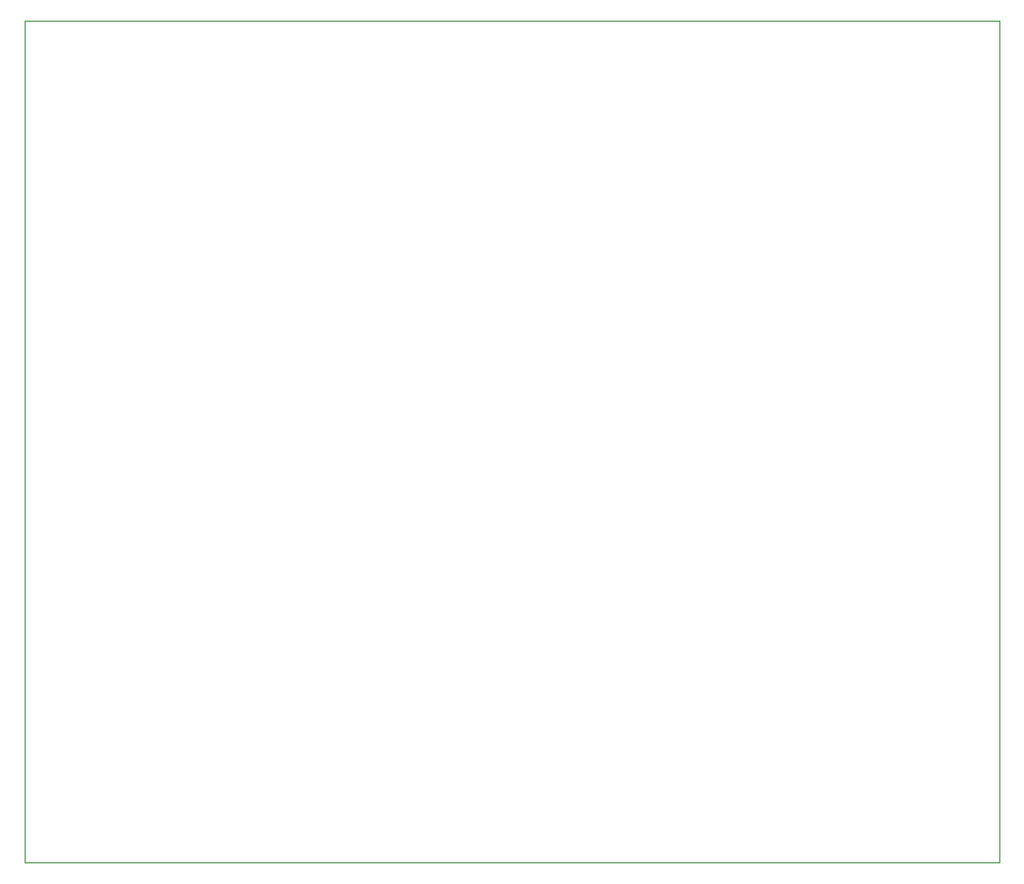
<source format=gbr>
G04 #@! TF.GenerationSoftware,KiCad,Pcbnew,5.1.4*
G04 #@! TF.CreationDate,2019-11-25T00:39:27+01:00*
G04 #@! TF.ProjectId,voice_board,766f6963-655f-4626-9f61-72642e6b6963,rev?*
G04 #@! TF.SameCoordinates,Original*
G04 #@! TF.FileFunction,Profile,NP*
%FSLAX46Y46*%
G04 Gerber Fmt 4.6, Leading zero omitted, Abs format (unit mm)*
G04 Created by KiCad (PCBNEW 5.1.4) date 2019-11-25 00:39:27*
%MOMM*%
%LPD*%
G04 APERTURE LIST*
%ADD10C,0.050000*%
G04 APERTURE END LIST*
D10*
X247142000Y-100330000D02*
X247142000Y-27940000D01*
X235712000Y-100330000D02*
X247142000Y-100330000D01*
X163322000Y-100330000D02*
X235712000Y-100330000D01*
X163322000Y-99060000D02*
X163322000Y-100330000D01*
X163322000Y-27940000D02*
X163322000Y-99060000D01*
X247142000Y-27940000D02*
X163322000Y-27940000D01*
M02*

</source>
